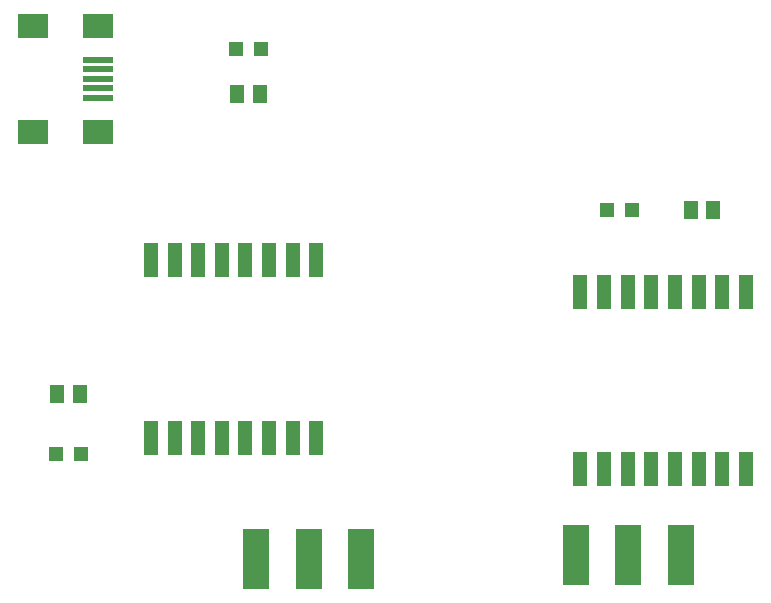
<source format=gtp>
G75*
%MOIN*%
%OFA0B0*%
%FSLAX25Y25*%
%IPPOS*%
%LPD*%
%AMOC8*
5,1,8,0,0,1.08239X$1,22.5*
%
%ADD10R,0.04724X0.11811*%
%ADD11R,0.09000X0.20000*%
%ADD12R,0.05118X0.06299*%
%ADD13R,0.04724X0.04724*%
%ADD14R,0.09843X0.01969*%
%ADD15R,0.09843X0.07874*%
D10*
X0052441Y0094471D03*
X0060315Y0094471D03*
X0068189Y0094471D03*
X0076063Y0094471D03*
X0083937Y0094471D03*
X0091811Y0094471D03*
X0099685Y0094471D03*
X0107559Y0094471D03*
X0107559Y0153526D03*
X0099685Y0153526D03*
X0091811Y0153526D03*
X0083937Y0153526D03*
X0076063Y0153526D03*
X0068189Y0153526D03*
X0060315Y0153526D03*
X0052441Y0153526D03*
X0195611Y0142994D03*
X0203485Y0142994D03*
X0211359Y0142994D03*
X0219233Y0142994D03*
X0227107Y0142994D03*
X0234981Y0142994D03*
X0242855Y0142994D03*
X0250729Y0142994D03*
X0250729Y0083939D03*
X0242855Y0083939D03*
X0234981Y0083939D03*
X0227107Y0083939D03*
X0219233Y0083939D03*
X0211359Y0083939D03*
X0203485Y0083939D03*
X0195611Y0083939D03*
D11*
X0087600Y0054098D03*
X0105000Y0054098D03*
X0122400Y0054098D03*
X0194204Y0055286D03*
X0211604Y0055286D03*
X0229004Y0055286D03*
D12*
X0232464Y0170187D03*
X0239944Y0170187D03*
X0088740Y0208998D03*
X0081260Y0208998D03*
X0028740Y0108998D03*
X0021260Y0108998D03*
D13*
X0020866Y0088998D03*
X0029134Y0088998D03*
X0080866Y0223998D03*
X0089134Y0223998D03*
X0204482Y0170187D03*
X0212749Y0170187D03*
D14*
X0034843Y0207699D03*
X0034843Y0210849D03*
X0034843Y0213998D03*
X0034843Y0217148D03*
X0034843Y0220298D03*
D15*
X0034843Y0231715D03*
X0013189Y0231715D03*
X0013189Y0196282D03*
X0034843Y0196282D03*
M02*

</source>
